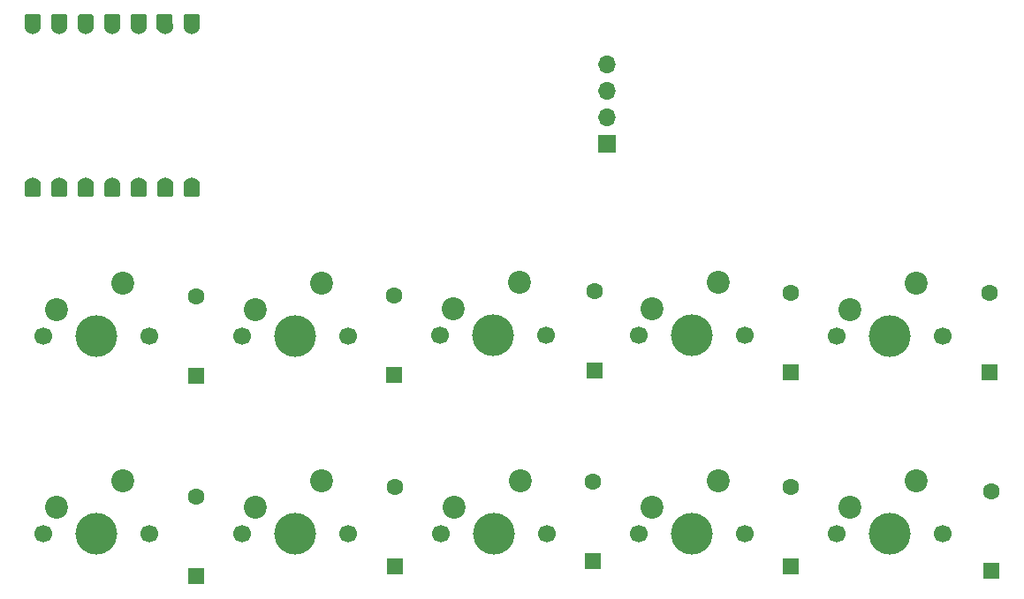
<source format=gbr>
%TF.GenerationSoftware,KiCad,Pcbnew,9.0.2*%
%TF.CreationDate,2025-07-08T09:46:19+02:00*%
%TF.ProjectId,Tastatur,54617374-6174-4757-922e-6b696361645f,rev?*%
%TF.SameCoordinates,Original*%
%TF.FileFunction,Soldermask,Top*%
%TF.FilePolarity,Negative*%
%FSLAX46Y46*%
G04 Gerber Fmt 4.6, Leading zero omitted, Abs format (unit mm)*
G04 Created by KiCad (PCBNEW 9.0.2) date 2025-07-08 09:46:19*
%MOMM*%
%LPD*%
G01*
G04 APERTURE LIST*
G04 Aperture macros list*
%AMRoundRect*
0 Rectangle with rounded corners*
0 $1 Rounding radius*
0 $2 $3 $4 $5 $6 $7 $8 $9 X,Y pos of 4 corners*
0 Add a 4 corners polygon primitive as box body*
4,1,4,$2,$3,$4,$5,$6,$7,$8,$9,$2,$3,0*
0 Add four circle primitives for the rounded corners*
1,1,$1+$1,$2,$3*
1,1,$1+$1,$4,$5*
1,1,$1+$1,$6,$7*
1,1,$1+$1,$8,$9*
0 Add four rect primitives between the rounded corners*
20,1,$1+$1,$2,$3,$4,$5,0*
20,1,$1+$1,$4,$5,$6,$7,0*
20,1,$1+$1,$6,$7,$8,$9,0*
20,1,$1+$1,$8,$9,$2,$3,0*%
G04 Aperture macros list end*
%ADD10C,1.700000*%
%ADD11C,4.000000*%
%ADD12C,2.200000*%
%ADD13RoundRect,0.151100X-0.610900X0.604400X-0.610900X-0.604400X0.610900X-0.604400X0.610900X0.604400X0*%
%ADD14C,1.524000*%
%ADD15RoundRect,0.138050X-0.617950X0.552200X-0.617950X-0.552200X0.617950X-0.552200X0.617950X0.552200X0*%
%ADD16RoundRect,0.151100X0.610900X-0.604400X0.610900X0.604400X-0.610900X0.604400X-0.610900X-0.604400X0*%
%ADD17RoundRect,0.151100X0.644900X-0.604400X0.644900X0.604400X-0.644900X0.604400X-0.644900X-0.604400X0*%
%ADD18RoundRect,0.138050X0.623950X-0.552200X0.623950X0.552200X-0.623950X0.552200X-0.623950X-0.552200X0*%
%ADD19RoundRect,0.151100X0.604900X-0.604400X0.604900X0.604400X-0.604900X0.604400X-0.604900X-0.604400X0*%
%ADD20RoundRect,0.147200X0.588800X-0.608300X0.588800X0.608300X-0.588800X0.608300X-0.588800X-0.608300X0*%
%ADD21RoundRect,0.250000X0.550000X-0.550000X0.550000X0.550000X-0.550000X0.550000X-0.550000X-0.550000X0*%
%ADD22C,1.600000*%
%ADD23R,1.700000X1.700000*%
%ADD24O,1.700000X1.700000*%
G04 APERTURE END LIST*
D10*
%TO.C,SW5*%
X92380000Y-62080000D03*
D11*
X97460000Y-62080000D03*
D10*
X102540000Y-62080000D03*
D12*
X100000000Y-57000000D03*
X93650000Y-59540000D03*
%TD*%
D13*
%TO.C,U1*%
X53300000Y-47994500D03*
D14*
X53300000Y-47620000D03*
D13*
X55840000Y-47994500D03*
D14*
X55840000Y-47620000D03*
D13*
X58380000Y-47994500D03*
D14*
X58380000Y-47620000D03*
D15*
X60926000Y-48059750D03*
D14*
X60920000Y-47620000D03*
D13*
X63460000Y-47994500D03*
D14*
X63460000Y-47620000D03*
D13*
X66000000Y-47994500D03*
D14*
X66000000Y-47620000D03*
D13*
X68540000Y-47994500D03*
D14*
X68540000Y-47620000D03*
X68540000Y-32380000D03*
D16*
X68540000Y-32005500D03*
D14*
X66000000Y-32380000D03*
D17*
X65966000Y-32005500D03*
D14*
X63460000Y-32380000D03*
D18*
X63460000Y-31940250D03*
D14*
X60920000Y-32380000D03*
D19*
X60926000Y-32005500D03*
D14*
X58380000Y-32380000D03*
D20*
X58406000Y-32005500D03*
D14*
X55840000Y-32380000D03*
D16*
X55840000Y-32005500D03*
D14*
X53300000Y-32380000D03*
D16*
X53300000Y-32005500D03*
%TD*%
D21*
%TO.C,D11*%
X145210000Y-84680000D03*
D22*
X145210000Y-77060000D03*
%TD*%
D21*
%TO.C,D2*%
X68960000Y-65990000D03*
D22*
X68960000Y-58370000D03*
%TD*%
D10*
%TO.C,SW1*%
X54380000Y-62120000D03*
D11*
X59460000Y-62120000D03*
D10*
X64540000Y-62120000D03*
D12*
X62000000Y-57040000D03*
X55650000Y-59580000D03*
%TD*%
D23*
%TO.C,J1*%
X108385000Y-43695000D03*
D24*
X108385000Y-41155000D03*
X108385000Y-38615000D03*
X108385000Y-36075000D03*
%TD*%
D10*
%TO.C,SW7*%
X92420000Y-81120000D03*
D11*
X97500000Y-81120000D03*
D10*
X102580000Y-81120000D03*
D12*
X100040000Y-76040000D03*
X93690000Y-78580000D03*
%TD*%
D21*
%TO.C,D7*%
X126000000Y-65620000D03*
D22*
X126000000Y-58000000D03*
%TD*%
D21*
%TO.C,D9*%
X126000000Y-84240000D03*
D22*
X126000000Y-76620000D03*
%TD*%
D10*
%TO.C,SW2*%
X73380000Y-62120000D03*
D11*
X78460000Y-62120000D03*
D10*
X83540000Y-62120000D03*
D12*
X81000000Y-57040000D03*
X74650000Y-59580000D03*
%TD*%
D10*
%TO.C,SW9*%
X130420000Y-62120000D03*
D11*
X135500000Y-62120000D03*
D10*
X140580000Y-62120000D03*
D12*
X138040000Y-57040000D03*
X131690000Y-59580000D03*
%TD*%
D10*
%TO.C,SW4*%
X73380000Y-81080000D03*
D11*
X78460000Y-81080000D03*
D10*
X83540000Y-81080000D03*
D12*
X81000000Y-76000000D03*
X74650000Y-78540000D03*
%TD*%
D10*
%TO.C,SW6*%
X111420000Y-62060000D03*
D11*
X116500000Y-62060000D03*
D10*
X121580000Y-62060000D03*
D12*
X119040000Y-56980000D03*
X112690000Y-59520000D03*
%TD*%
D10*
%TO.C,SW3*%
X54380000Y-81080000D03*
D11*
X59460000Y-81080000D03*
D10*
X64540000Y-81080000D03*
D12*
X62000000Y-76000000D03*
X55650000Y-78540000D03*
%TD*%
D10*
%TO.C,SW8*%
X111420000Y-81120000D03*
D11*
X116500000Y-81120000D03*
D10*
X121580000Y-81120000D03*
D12*
X119040000Y-76040000D03*
X112690000Y-78580000D03*
%TD*%
D21*
%TO.C,D8*%
X107000000Y-83740000D03*
D22*
X107000000Y-76120000D03*
%TD*%
D10*
%TO.C,SW10*%
X130380000Y-81120000D03*
D11*
X135460000Y-81120000D03*
D10*
X140540000Y-81120000D03*
D12*
X138000000Y-76040000D03*
X131650000Y-78580000D03*
%TD*%
D21*
%TO.C,D5*%
X88040000Y-84200000D03*
D22*
X88040000Y-76580000D03*
%TD*%
D21*
%TO.C,D10*%
X145000000Y-65620000D03*
D22*
X145000000Y-58000000D03*
%TD*%
D21*
%TO.C,D4*%
X68960000Y-85200000D03*
D22*
X68960000Y-77580000D03*
%TD*%
D21*
%TO.C,D6*%
X107210000Y-65450000D03*
D22*
X107210000Y-57830000D03*
%TD*%
D21*
%TO.C,D3*%
X87960000Y-65870000D03*
D22*
X87960000Y-58250000D03*
%TD*%
M02*

</source>
